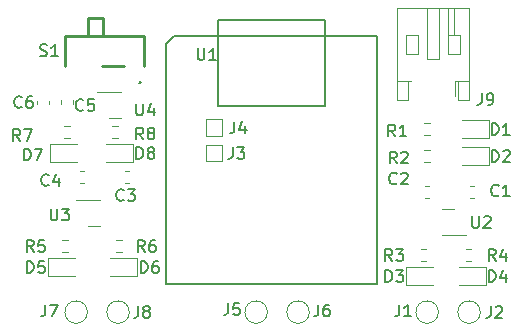
<source format=gbr>
%TF.GenerationSoftware,KiCad,Pcbnew,(7.0.0)*%
%TF.CreationDate,2023-02-21T16:48:07-06:00*%
%TF.ProjectId,stick-and-slip_v1,73746963-6b2d-4616-9e64-2d736c69705f,rev?*%
%TF.SameCoordinates,Original*%
%TF.FileFunction,Legend,Top*%
%TF.FilePolarity,Positive*%
%FSLAX46Y46*%
G04 Gerber Fmt 4.6, Leading zero omitted, Abs format (unit mm)*
G04 Created by KiCad (PCBNEW (7.0.0)) date 2023-02-21 16:48:07*
%MOMM*%
%LPD*%
G01*
G04 APERTURE LIST*
%ADD10C,0.150000*%
%ADD11C,0.120000*%
%ADD12C,0.127000*%
%ADD13C,0.254000*%
G04 APERTURE END LIST*
D10*
%TO.C,J4*%
X51228666Y-56009380D02*
X51228666Y-56723666D01*
X51228666Y-56723666D02*
X51181047Y-56866523D01*
X51181047Y-56866523D02*
X51085809Y-56961761D01*
X51085809Y-56961761D02*
X50942952Y-57009380D01*
X50942952Y-57009380D02*
X50847714Y-57009380D01*
X52133428Y-56342714D02*
X52133428Y-57009380D01*
X51895333Y-55961761D02*
X51657238Y-56676047D01*
X51657238Y-56676047D02*
X52276285Y-56676047D01*
%TO.C,J3*%
X51101666Y-58168380D02*
X51101666Y-58882666D01*
X51101666Y-58882666D02*
X51054047Y-59025523D01*
X51054047Y-59025523D02*
X50958809Y-59120761D01*
X50958809Y-59120761D02*
X50815952Y-59168380D01*
X50815952Y-59168380D02*
X50720714Y-59168380D01*
X51482619Y-58168380D02*
X52101666Y-58168380D01*
X52101666Y-58168380D02*
X51768333Y-58549333D01*
X51768333Y-58549333D02*
X51911190Y-58549333D01*
X51911190Y-58549333D02*
X52006428Y-58596952D01*
X52006428Y-58596952D02*
X52054047Y-58644571D01*
X52054047Y-58644571D02*
X52101666Y-58739809D01*
X52101666Y-58739809D02*
X52101666Y-58977904D01*
X52101666Y-58977904D02*
X52054047Y-59073142D01*
X52054047Y-59073142D02*
X52006428Y-59120761D01*
X52006428Y-59120761D02*
X51911190Y-59168380D01*
X51911190Y-59168380D02*
X51625476Y-59168380D01*
X51625476Y-59168380D02*
X51530238Y-59120761D01*
X51530238Y-59120761D02*
X51482619Y-59073142D01*
%TO.C,U1*%
X48133095Y-49786380D02*
X48133095Y-50595904D01*
X48133095Y-50595904D02*
X48180714Y-50691142D01*
X48180714Y-50691142D02*
X48228333Y-50738761D01*
X48228333Y-50738761D02*
X48323571Y-50786380D01*
X48323571Y-50786380D02*
X48514047Y-50786380D01*
X48514047Y-50786380D02*
X48609285Y-50738761D01*
X48609285Y-50738761D02*
X48656904Y-50691142D01*
X48656904Y-50691142D02*
X48704523Y-50595904D01*
X48704523Y-50595904D02*
X48704523Y-49786380D01*
X49704523Y-50786380D02*
X49133095Y-50786380D01*
X49418809Y-50786380D02*
X49418809Y-49786380D01*
X49418809Y-49786380D02*
X49323571Y-49929238D01*
X49323571Y-49929238D02*
X49228333Y-50024476D01*
X49228333Y-50024476D02*
X49133095Y-50072095D01*
%TO.C,J1*%
X65198666Y-71503380D02*
X65198666Y-72217666D01*
X65198666Y-72217666D02*
X65151047Y-72360523D01*
X65151047Y-72360523D02*
X65055809Y-72455761D01*
X65055809Y-72455761D02*
X64912952Y-72503380D01*
X64912952Y-72503380D02*
X64817714Y-72503380D01*
X66198666Y-72503380D02*
X65627238Y-72503380D01*
X65912952Y-72503380D02*
X65912952Y-71503380D01*
X65912952Y-71503380D02*
X65817714Y-71646238D01*
X65817714Y-71646238D02*
X65722476Y-71741476D01*
X65722476Y-71741476D02*
X65627238Y-71789095D01*
%TO.C,S1*%
X34798095Y-50416761D02*
X34940952Y-50464380D01*
X34940952Y-50464380D02*
X35179047Y-50464380D01*
X35179047Y-50464380D02*
X35274285Y-50416761D01*
X35274285Y-50416761D02*
X35321904Y-50369142D01*
X35321904Y-50369142D02*
X35369523Y-50273904D01*
X35369523Y-50273904D02*
X35369523Y-50178666D01*
X35369523Y-50178666D02*
X35321904Y-50083428D01*
X35321904Y-50083428D02*
X35274285Y-50035809D01*
X35274285Y-50035809D02*
X35179047Y-49988190D01*
X35179047Y-49988190D02*
X34988571Y-49940571D01*
X34988571Y-49940571D02*
X34893333Y-49892952D01*
X34893333Y-49892952D02*
X34845714Y-49845333D01*
X34845714Y-49845333D02*
X34798095Y-49750095D01*
X34798095Y-49750095D02*
X34798095Y-49654857D01*
X34798095Y-49654857D02*
X34845714Y-49559619D01*
X34845714Y-49559619D02*
X34893333Y-49512000D01*
X34893333Y-49512000D02*
X34988571Y-49464380D01*
X34988571Y-49464380D02*
X35226666Y-49464380D01*
X35226666Y-49464380D02*
X35369523Y-49512000D01*
X36321904Y-50464380D02*
X35750476Y-50464380D01*
X36036190Y-50464380D02*
X36036190Y-49464380D01*
X36036190Y-49464380D02*
X35940952Y-49607238D01*
X35940952Y-49607238D02*
X35845714Y-49702476D01*
X35845714Y-49702476D02*
X35750476Y-49750095D01*
%TO.C,D8*%
X42949905Y-59168380D02*
X42949905Y-58168380D01*
X42949905Y-58168380D02*
X43188000Y-58168380D01*
X43188000Y-58168380D02*
X43330857Y-58216000D01*
X43330857Y-58216000D02*
X43426095Y-58311238D01*
X43426095Y-58311238D02*
X43473714Y-58406476D01*
X43473714Y-58406476D02*
X43521333Y-58596952D01*
X43521333Y-58596952D02*
X43521333Y-58739809D01*
X43521333Y-58739809D02*
X43473714Y-58930285D01*
X43473714Y-58930285D02*
X43426095Y-59025523D01*
X43426095Y-59025523D02*
X43330857Y-59120761D01*
X43330857Y-59120761D02*
X43188000Y-59168380D01*
X43188000Y-59168380D02*
X42949905Y-59168380D01*
X44092762Y-58596952D02*
X43997524Y-58549333D01*
X43997524Y-58549333D02*
X43949905Y-58501714D01*
X43949905Y-58501714D02*
X43902286Y-58406476D01*
X43902286Y-58406476D02*
X43902286Y-58358857D01*
X43902286Y-58358857D02*
X43949905Y-58263619D01*
X43949905Y-58263619D02*
X43997524Y-58216000D01*
X43997524Y-58216000D02*
X44092762Y-58168380D01*
X44092762Y-58168380D02*
X44283238Y-58168380D01*
X44283238Y-58168380D02*
X44378476Y-58216000D01*
X44378476Y-58216000D02*
X44426095Y-58263619D01*
X44426095Y-58263619D02*
X44473714Y-58358857D01*
X44473714Y-58358857D02*
X44473714Y-58406476D01*
X44473714Y-58406476D02*
X44426095Y-58501714D01*
X44426095Y-58501714D02*
X44378476Y-58549333D01*
X44378476Y-58549333D02*
X44283238Y-58596952D01*
X44283238Y-58596952D02*
X44092762Y-58596952D01*
X44092762Y-58596952D02*
X43997524Y-58644571D01*
X43997524Y-58644571D02*
X43949905Y-58692190D01*
X43949905Y-58692190D02*
X43902286Y-58787428D01*
X43902286Y-58787428D02*
X43902286Y-58977904D01*
X43902286Y-58977904D02*
X43949905Y-59073142D01*
X43949905Y-59073142D02*
X43997524Y-59120761D01*
X43997524Y-59120761D02*
X44092762Y-59168380D01*
X44092762Y-59168380D02*
X44283238Y-59168380D01*
X44283238Y-59168380D02*
X44378476Y-59120761D01*
X44378476Y-59120761D02*
X44426095Y-59073142D01*
X44426095Y-59073142D02*
X44473714Y-58977904D01*
X44473714Y-58977904D02*
X44473714Y-58787428D01*
X44473714Y-58787428D02*
X44426095Y-58692190D01*
X44426095Y-58692190D02*
X44378476Y-58644571D01*
X44378476Y-58644571D02*
X44283238Y-58596952D01*
%TO.C,U4*%
X42926095Y-54485380D02*
X42926095Y-55294904D01*
X42926095Y-55294904D02*
X42973714Y-55390142D01*
X42973714Y-55390142D02*
X43021333Y-55437761D01*
X43021333Y-55437761D02*
X43116571Y-55485380D01*
X43116571Y-55485380D02*
X43307047Y-55485380D01*
X43307047Y-55485380D02*
X43402285Y-55437761D01*
X43402285Y-55437761D02*
X43449904Y-55390142D01*
X43449904Y-55390142D02*
X43497523Y-55294904D01*
X43497523Y-55294904D02*
X43497523Y-54485380D01*
X44402285Y-54818714D02*
X44402285Y-55485380D01*
X44164190Y-54437761D02*
X43926095Y-55152047D01*
X43926095Y-55152047D02*
X44545142Y-55152047D01*
%TO.C,U3*%
X35687095Y-63375380D02*
X35687095Y-64184904D01*
X35687095Y-64184904D02*
X35734714Y-64280142D01*
X35734714Y-64280142D02*
X35782333Y-64327761D01*
X35782333Y-64327761D02*
X35877571Y-64375380D01*
X35877571Y-64375380D02*
X36068047Y-64375380D01*
X36068047Y-64375380D02*
X36163285Y-64327761D01*
X36163285Y-64327761D02*
X36210904Y-64280142D01*
X36210904Y-64280142D02*
X36258523Y-64184904D01*
X36258523Y-64184904D02*
X36258523Y-63375380D01*
X36639476Y-63375380D02*
X37258523Y-63375380D01*
X37258523Y-63375380D02*
X36925190Y-63756333D01*
X36925190Y-63756333D02*
X37068047Y-63756333D01*
X37068047Y-63756333D02*
X37163285Y-63803952D01*
X37163285Y-63803952D02*
X37210904Y-63851571D01*
X37210904Y-63851571D02*
X37258523Y-63946809D01*
X37258523Y-63946809D02*
X37258523Y-64184904D01*
X37258523Y-64184904D02*
X37210904Y-64280142D01*
X37210904Y-64280142D02*
X37163285Y-64327761D01*
X37163285Y-64327761D02*
X37068047Y-64375380D01*
X37068047Y-64375380D02*
X36782333Y-64375380D01*
X36782333Y-64375380D02*
X36687095Y-64327761D01*
X36687095Y-64327761D02*
X36639476Y-64280142D01*
%TO.C,U2*%
X71374095Y-64010380D02*
X71374095Y-64819904D01*
X71374095Y-64819904D02*
X71421714Y-64915142D01*
X71421714Y-64915142D02*
X71469333Y-64962761D01*
X71469333Y-64962761D02*
X71564571Y-65010380D01*
X71564571Y-65010380D02*
X71755047Y-65010380D01*
X71755047Y-65010380D02*
X71850285Y-64962761D01*
X71850285Y-64962761D02*
X71897904Y-64915142D01*
X71897904Y-64915142D02*
X71945523Y-64819904D01*
X71945523Y-64819904D02*
X71945523Y-64010380D01*
X72374095Y-64105619D02*
X72421714Y-64058000D01*
X72421714Y-64058000D02*
X72516952Y-64010380D01*
X72516952Y-64010380D02*
X72755047Y-64010380D01*
X72755047Y-64010380D02*
X72850285Y-64058000D01*
X72850285Y-64058000D02*
X72897904Y-64105619D01*
X72897904Y-64105619D02*
X72945523Y-64200857D01*
X72945523Y-64200857D02*
X72945523Y-64296095D01*
X72945523Y-64296095D02*
X72897904Y-64438952D01*
X72897904Y-64438952D02*
X72326476Y-65010380D01*
X72326476Y-65010380D02*
X72945523Y-65010380D01*
%TO.C,R8*%
X43521333Y-57517380D02*
X43188000Y-57041190D01*
X42949905Y-57517380D02*
X42949905Y-56517380D01*
X42949905Y-56517380D02*
X43330857Y-56517380D01*
X43330857Y-56517380D02*
X43426095Y-56565000D01*
X43426095Y-56565000D02*
X43473714Y-56612619D01*
X43473714Y-56612619D02*
X43521333Y-56707857D01*
X43521333Y-56707857D02*
X43521333Y-56850714D01*
X43521333Y-56850714D02*
X43473714Y-56945952D01*
X43473714Y-56945952D02*
X43426095Y-56993571D01*
X43426095Y-56993571D02*
X43330857Y-57041190D01*
X43330857Y-57041190D02*
X42949905Y-57041190D01*
X44092762Y-56945952D02*
X43997524Y-56898333D01*
X43997524Y-56898333D02*
X43949905Y-56850714D01*
X43949905Y-56850714D02*
X43902286Y-56755476D01*
X43902286Y-56755476D02*
X43902286Y-56707857D01*
X43902286Y-56707857D02*
X43949905Y-56612619D01*
X43949905Y-56612619D02*
X43997524Y-56565000D01*
X43997524Y-56565000D02*
X44092762Y-56517380D01*
X44092762Y-56517380D02*
X44283238Y-56517380D01*
X44283238Y-56517380D02*
X44378476Y-56565000D01*
X44378476Y-56565000D02*
X44426095Y-56612619D01*
X44426095Y-56612619D02*
X44473714Y-56707857D01*
X44473714Y-56707857D02*
X44473714Y-56755476D01*
X44473714Y-56755476D02*
X44426095Y-56850714D01*
X44426095Y-56850714D02*
X44378476Y-56898333D01*
X44378476Y-56898333D02*
X44283238Y-56945952D01*
X44283238Y-56945952D02*
X44092762Y-56945952D01*
X44092762Y-56945952D02*
X43997524Y-56993571D01*
X43997524Y-56993571D02*
X43949905Y-57041190D01*
X43949905Y-57041190D02*
X43902286Y-57136428D01*
X43902286Y-57136428D02*
X43902286Y-57326904D01*
X43902286Y-57326904D02*
X43949905Y-57422142D01*
X43949905Y-57422142D02*
X43997524Y-57469761D01*
X43997524Y-57469761D02*
X44092762Y-57517380D01*
X44092762Y-57517380D02*
X44283238Y-57517380D01*
X44283238Y-57517380D02*
X44378476Y-57469761D01*
X44378476Y-57469761D02*
X44426095Y-57422142D01*
X44426095Y-57422142D02*
X44473714Y-57326904D01*
X44473714Y-57326904D02*
X44473714Y-57136428D01*
X44473714Y-57136428D02*
X44426095Y-57041190D01*
X44426095Y-57041190D02*
X44378476Y-56993571D01*
X44378476Y-56993571D02*
X44283238Y-56945952D01*
%TO.C,R7*%
X33107333Y-57644380D02*
X32774000Y-57168190D01*
X32535905Y-57644380D02*
X32535905Y-56644380D01*
X32535905Y-56644380D02*
X32916857Y-56644380D01*
X32916857Y-56644380D02*
X33012095Y-56692000D01*
X33012095Y-56692000D02*
X33059714Y-56739619D01*
X33059714Y-56739619D02*
X33107333Y-56834857D01*
X33107333Y-56834857D02*
X33107333Y-56977714D01*
X33107333Y-56977714D02*
X33059714Y-57072952D01*
X33059714Y-57072952D02*
X33012095Y-57120571D01*
X33012095Y-57120571D02*
X32916857Y-57168190D01*
X32916857Y-57168190D02*
X32535905Y-57168190D01*
X33440667Y-56644380D02*
X34107333Y-56644380D01*
X34107333Y-56644380D02*
X33678762Y-57644380D01*
%TO.C,R6*%
X43648333Y-67042380D02*
X43315000Y-66566190D01*
X43076905Y-67042380D02*
X43076905Y-66042380D01*
X43076905Y-66042380D02*
X43457857Y-66042380D01*
X43457857Y-66042380D02*
X43553095Y-66090000D01*
X43553095Y-66090000D02*
X43600714Y-66137619D01*
X43600714Y-66137619D02*
X43648333Y-66232857D01*
X43648333Y-66232857D02*
X43648333Y-66375714D01*
X43648333Y-66375714D02*
X43600714Y-66470952D01*
X43600714Y-66470952D02*
X43553095Y-66518571D01*
X43553095Y-66518571D02*
X43457857Y-66566190D01*
X43457857Y-66566190D02*
X43076905Y-66566190D01*
X44505476Y-66042380D02*
X44315000Y-66042380D01*
X44315000Y-66042380D02*
X44219762Y-66090000D01*
X44219762Y-66090000D02*
X44172143Y-66137619D01*
X44172143Y-66137619D02*
X44076905Y-66280476D01*
X44076905Y-66280476D02*
X44029286Y-66470952D01*
X44029286Y-66470952D02*
X44029286Y-66851904D01*
X44029286Y-66851904D02*
X44076905Y-66947142D01*
X44076905Y-66947142D02*
X44124524Y-66994761D01*
X44124524Y-66994761D02*
X44219762Y-67042380D01*
X44219762Y-67042380D02*
X44410238Y-67042380D01*
X44410238Y-67042380D02*
X44505476Y-66994761D01*
X44505476Y-66994761D02*
X44553095Y-66947142D01*
X44553095Y-66947142D02*
X44600714Y-66851904D01*
X44600714Y-66851904D02*
X44600714Y-66613809D01*
X44600714Y-66613809D02*
X44553095Y-66518571D01*
X44553095Y-66518571D02*
X44505476Y-66470952D01*
X44505476Y-66470952D02*
X44410238Y-66423333D01*
X44410238Y-66423333D02*
X44219762Y-66423333D01*
X44219762Y-66423333D02*
X44124524Y-66470952D01*
X44124524Y-66470952D02*
X44076905Y-66518571D01*
X44076905Y-66518571D02*
X44029286Y-66613809D01*
%TO.C,R5*%
X34250333Y-67042380D02*
X33917000Y-66566190D01*
X33678905Y-67042380D02*
X33678905Y-66042380D01*
X33678905Y-66042380D02*
X34059857Y-66042380D01*
X34059857Y-66042380D02*
X34155095Y-66090000D01*
X34155095Y-66090000D02*
X34202714Y-66137619D01*
X34202714Y-66137619D02*
X34250333Y-66232857D01*
X34250333Y-66232857D02*
X34250333Y-66375714D01*
X34250333Y-66375714D02*
X34202714Y-66470952D01*
X34202714Y-66470952D02*
X34155095Y-66518571D01*
X34155095Y-66518571D02*
X34059857Y-66566190D01*
X34059857Y-66566190D02*
X33678905Y-66566190D01*
X35155095Y-66042380D02*
X34678905Y-66042380D01*
X34678905Y-66042380D02*
X34631286Y-66518571D01*
X34631286Y-66518571D02*
X34678905Y-66470952D01*
X34678905Y-66470952D02*
X34774143Y-66423333D01*
X34774143Y-66423333D02*
X35012238Y-66423333D01*
X35012238Y-66423333D02*
X35107476Y-66470952D01*
X35107476Y-66470952D02*
X35155095Y-66518571D01*
X35155095Y-66518571D02*
X35202714Y-66613809D01*
X35202714Y-66613809D02*
X35202714Y-66851904D01*
X35202714Y-66851904D02*
X35155095Y-66947142D01*
X35155095Y-66947142D02*
X35107476Y-66994761D01*
X35107476Y-66994761D02*
X35012238Y-67042380D01*
X35012238Y-67042380D02*
X34774143Y-67042380D01*
X34774143Y-67042380D02*
X34678905Y-66994761D01*
X34678905Y-66994761D02*
X34631286Y-66947142D01*
%TO.C,R4*%
X73366333Y-67804380D02*
X73033000Y-67328190D01*
X72794905Y-67804380D02*
X72794905Y-66804380D01*
X72794905Y-66804380D02*
X73175857Y-66804380D01*
X73175857Y-66804380D02*
X73271095Y-66852000D01*
X73271095Y-66852000D02*
X73318714Y-66899619D01*
X73318714Y-66899619D02*
X73366333Y-66994857D01*
X73366333Y-66994857D02*
X73366333Y-67137714D01*
X73366333Y-67137714D02*
X73318714Y-67232952D01*
X73318714Y-67232952D02*
X73271095Y-67280571D01*
X73271095Y-67280571D02*
X73175857Y-67328190D01*
X73175857Y-67328190D02*
X72794905Y-67328190D01*
X74223476Y-67137714D02*
X74223476Y-67804380D01*
X73985381Y-66756761D02*
X73747286Y-67471047D01*
X73747286Y-67471047D02*
X74366333Y-67471047D01*
%TO.C,R3*%
X64603333Y-67804380D02*
X64270000Y-67328190D01*
X64031905Y-67804380D02*
X64031905Y-66804380D01*
X64031905Y-66804380D02*
X64412857Y-66804380D01*
X64412857Y-66804380D02*
X64508095Y-66852000D01*
X64508095Y-66852000D02*
X64555714Y-66899619D01*
X64555714Y-66899619D02*
X64603333Y-66994857D01*
X64603333Y-66994857D02*
X64603333Y-67137714D01*
X64603333Y-67137714D02*
X64555714Y-67232952D01*
X64555714Y-67232952D02*
X64508095Y-67280571D01*
X64508095Y-67280571D02*
X64412857Y-67328190D01*
X64412857Y-67328190D02*
X64031905Y-67328190D01*
X64936667Y-66804380D02*
X65555714Y-66804380D01*
X65555714Y-66804380D02*
X65222381Y-67185333D01*
X65222381Y-67185333D02*
X65365238Y-67185333D01*
X65365238Y-67185333D02*
X65460476Y-67232952D01*
X65460476Y-67232952D02*
X65508095Y-67280571D01*
X65508095Y-67280571D02*
X65555714Y-67375809D01*
X65555714Y-67375809D02*
X65555714Y-67613904D01*
X65555714Y-67613904D02*
X65508095Y-67709142D01*
X65508095Y-67709142D02*
X65460476Y-67756761D01*
X65460476Y-67756761D02*
X65365238Y-67804380D01*
X65365238Y-67804380D02*
X65079524Y-67804380D01*
X65079524Y-67804380D02*
X64984286Y-67756761D01*
X64984286Y-67756761D02*
X64936667Y-67709142D01*
%TO.C,R2*%
X64984333Y-59549380D02*
X64651000Y-59073190D01*
X64412905Y-59549380D02*
X64412905Y-58549380D01*
X64412905Y-58549380D02*
X64793857Y-58549380D01*
X64793857Y-58549380D02*
X64889095Y-58597000D01*
X64889095Y-58597000D02*
X64936714Y-58644619D01*
X64936714Y-58644619D02*
X64984333Y-58739857D01*
X64984333Y-58739857D02*
X64984333Y-58882714D01*
X64984333Y-58882714D02*
X64936714Y-58977952D01*
X64936714Y-58977952D02*
X64889095Y-59025571D01*
X64889095Y-59025571D02*
X64793857Y-59073190D01*
X64793857Y-59073190D02*
X64412905Y-59073190D01*
X65365286Y-58644619D02*
X65412905Y-58597000D01*
X65412905Y-58597000D02*
X65508143Y-58549380D01*
X65508143Y-58549380D02*
X65746238Y-58549380D01*
X65746238Y-58549380D02*
X65841476Y-58597000D01*
X65841476Y-58597000D02*
X65889095Y-58644619D01*
X65889095Y-58644619D02*
X65936714Y-58739857D01*
X65936714Y-58739857D02*
X65936714Y-58835095D01*
X65936714Y-58835095D02*
X65889095Y-58977952D01*
X65889095Y-58977952D02*
X65317667Y-59549380D01*
X65317667Y-59549380D02*
X65936714Y-59549380D01*
%TO.C,R1*%
X64857333Y-57263380D02*
X64524000Y-56787190D01*
X64285905Y-57263380D02*
X64285905Y-56263380D01*
X64285905Y-56263380D02*
X64666857Y-56263380D01*
X64666857Y-56263380D02*
X64762095Y-56311000D01*
X64762095Y-56311000D02*
X64809714Y-56358619D01*
X64809714Y-56358619D02*
X64857333Y-56453857D01*
X64857333Y-56453857D02*
X64857333Y-56596714D01*
X64857333Y-56596714D02*
X64809714Y-56691952D01*
X64809714Y-56691952D02*
X64762095Y-56739571D01*
X64762095Y-56739571D02*
X64666857Y-56787190D01*
X64666857Y-56787190D02*
X64285905Y-56787190D01*
X65809714Y-57263380D02*
X65238286Y-57263380D01*
X65524000Y-57263380D02*
X65524000Y-56263380D01*
X65524000Y-56263380D02*
X65428762Y-56406238D01*
X65428762Y-56406238D02*
X65333524Y-56501476D01*
X65333524Y-56501476D02*
X65238286Y-56549095D01*
%TO.C,J9*%
X72183666Y-53596380D02*
X72183666Y-54310666D01*
X72183666Y-54310666D02*
X72136047Y-54453523D01*
X72136047Y-54453523D02*
X72040809Y-54548761D01*
X72040809Y-54548761D02*
X71897952Y-54596380D01*
X71897952Y-54596380D02*
X71802714Y-54596380D01*
X72707476Y-54596380D02*
X72897952Y-54596380D01*
X72897952Y-54596380D02*
X72993190Y-54548761D01*
X72993190Y-54548761D02*
X73040809Y-54501142D01*
X73040809Y-54501142D02*
X73136047Y-54358285D01*
X73136047Y-54358285D02*
X73183666Y-54167809D01*
X73183666Y-54167809D02*
X73183666Y-53786857D01*
X73183666Y-53786857D02*
X73136047Y-53691619D01*
X73136047Y-53691619D02*
X73088428Y-53644000D01*
X73088428Y-53644000D02*
X72993190Y-53596380D01*
X72993190Y-53596380D02*
X72802714Y-53596380D01*
X72802714Y-53596380D02*
X72707476Y-53644000D01*
X72707476Y-53644000D02*
X72659857Y-53691619D01*
X72659857Y-53691619D02*
X72612238Y-53786857D01*
X72612238Y-53786857D02*
X72612238Y-54024952D01*
X72612238Y-54024952D02*
X72659857Y-54120190D01*
X72659857Y-54120190D02*
X72707476Y-54167809D01*
X72707476Y-54167809D02*
X72802714Y-54215428D01*
X72802714Y-54215428D02*
X72993190Y-54215428D01*
X72993190Y-54215428D02*
X73088428Y-54167809D01*
X73088428Y-54167809D02*
X73136047Y-54120190D01*
X73136047Y-54120190D02*
X73183666Y-54024952D01*
%TO.C,J8*%
X43100666Y-71630380D02*
X43100666Y-72344666D01*
X43100666Y-72344666D02*
X43053047Y-72487523D01*
X43053047Y-72487523D02*
X42957809Y-72582761D01*
X42957809Y-72582761D02*
X42814952Y-72630380D01*
X42814952Y-72630380D02*
X42719714Y-72630380D01*
X43719714Y-72058952D02*
X43624476Y-72011333D01*
X43624476Y-72011333D02*
X43576857Y-71963714D01*
X43576857Y-71963714D02*
X43529238Y-71868476D01*
X43529238Y-71868476D02*
X43529238Y-71820857D01*
X43529238Y-71820857D02*
X43576857Y-71725619D01*
X43576857Y-71725619D02*
X43624476Y-71678000D01*
X43624476Y-71678000D02*
X43719714Y-71630380D01*
X43719714Y-71630380D02*
X43910190Y-71630380D01*
X43910190Y-71630380D02*
X44005428Y-71678000D01*
X44005428Y-71678000D02*
X44053047Y-71725619D01*
X44053047Y-71725619D02*
X44100666Y-71820857D01*
X44100666Y-71820857D02*
X44100666Y-71868476D01*
X44100666Y-71868476D02*
X44053047Y-71963714D01*
X44053047Y-71963714D02*
X44005428Y-72011333D01*
X44005428Y-72011333D02*
X43910190Y-72058952D01*
X43910190Y-72058952D02*
X43719714Y-72058952D01*
X43719714Y-72058952D02*
X43624476Y-72106571D01*
X43624476Y-72106571D02*
X43576857Y-72154190D01*
X43576857Y-72154190D02*
X43529238Y-72249428D01*
X43529238Y-72249428D02*
X43529238Y-72439904D01*
X43529238Y-72439904D02*
X43576857Y-72535142D01*
X43576857Y-72535142D02*
X43624476Y-72582761D01*
X43624476Y-72582761D02*
X43719714Y-72630380D01*
X43719714Y-72630380D02*
X43910190Y-72630380D01*
X43910190Y-72630380D02*
X44005428Y-72582761D01*
X44005428Y-72582761D02*
X44053047Y-72535142D01*
X44053047Y-72535142D02*
X44100666Y-72439904D01*
X44100666Y-72439904D02*
X44100666Y-72249428D01*
X44100666Y-72249428D02*
X44053047Y-72154190D01*
X44053047Y-72154190D02*
X44005428Y-72106571D01*
X44005428Y-72106571D02*
X43910190Y-72058952D01*
%TO.C,J7*%
X35226666Y-71503380D02*
X35226666Y-72217666D01*
X35226666Y-72217666D02*
X35179047Y-72360523D01*
X35179047Y-72360523D02*
X35083809Y-72455761D01*
X35083809Y-72455761D02*
X34940952Y-72503380D01*
X34940952Y-72503380D02*
X34845714Y-72503380D01*
X35607619Y-71503380D02*
X36274285Y-71503380D01*
X36274285Y-71503380D02*
X35845714Y-72503380D01*
%TO.C,J6*%
X58340666Y-71503380D02*
X58340666Y-72217666D01*
X58340666Y-72217666D02*
X58293047Y-72360523D01*
X58293047Y-72360523D02*
X58197809Y-72455761D01*
X58197809Y-72455761D02*
X58054952Y-72503380D01*
X58054952Y-72503380D02*
X57959714Y-72503380D01*
X59245428Y-71503380D02*
X59054952Y-71503380D01*
X59054952Y-71503380D02*
X58959714Y-71551000D01*
X58959714Y-71551000D02*
X58912095Y-71598619D01*
X58912095Y-71598619D02*
X58816857Y-71741476D01*
X58816857Y-71741476D02*
X58769238Y-71931952D01*
X58769238Y-71931952D02*
X58769238Y-72312904D01*
X58769238Y-72312904D02*
X58816857Y-72408142D01*
X58816857Y-72408142D02*
X58864476Y-72455761D01*
X58864476Y-72455761D02*
X58959714Y-72503380D01*
X58959714Y-72503380D02*
X59150190Y-72503380D01*
X59150190Y-72503380D02*
X59245428Y-72455761D01*
X59245428Y-72455761D02*
X59293047Y-72408142D01*
X59293047Y-72408142D02*
X59340666Y-72312904D01*
X59340666Y-72312904D02*
X59340666Y-72074809D01*
X59340666Y-72074809D02*
X59293047Y-71979571D01*
X59293047Y-71979571D02*
X59245428Y-71931952D01*
X59245428Y-71931952D02*
X59150190Y-71884333D01*
X59150190Y-71884333D02*
X58959714Y-71884333D01*
X58959714Y-71884333D02*
X58864476Y-71931952D01*
X58864476Y-71931952D02*
X58816857Y-71979571D01*
X58816857Y-71979571D02*
X58769238Y-72074809D01*
%TO.C,J5*%
X50720666Y-71376380D02*
X50720666Y-72090666D01*
X50720666Y-72090666D02*
X50673047Y-72233523D01*
X50673047Y-72233523D02*
X50577809Y-72328761D01*
X50577809Y-72328761D02*
X50434952Y-72376380D01*
X50434952Y-72376380D02*
X50339714Y-72376380D01*
X51673047Y-71376380D02*
X51196857Y-71376380D01*
X51196857Y-71376380D02*
X51149238Y-71852571D01*
X51149238Y-71852571D02*
X51196857Y-71804952D01*
X51196857Y-71804952D02*
X51292095Y-71757333D01*
X51292095Y-71757333D02*
X51530190Y-71757333D01*
X51530190Y-71757333D02*
X51625428Y-71804952D01*
X51625428Y-71804952D02*
X51673047Y-71852571D01*
X51673047Y-71852571D02*
X51720666Y-71947809D01*
X51720666Y-71947809D02*
X51720666Y-72185904D01*
X51720666Y-72185904D02*
X51673047Y-72281142D01*
X51673047Y-72281142D02*
X51625428Y-72328761D01*
X51625428Y-72328761D02*
X51530190Y-72376380D01*
X51530190Y-72376380D02*
X51292095Y-72376380D01*
X51292095Y-72376380D02*
X51196857Y-72328761D01*
X51196857Y-72328761D02*
X51149238Y-72281142D01*
%TO.C,J2*%
X72945666Y-71630380D02*
X72945666Y-72344666D01*
X72945666Y-72344666D02*
X72898047Y-72487523D01*
X72898047Y-72487523D02*
X72802809Y-72582761D01*
X72802809Y-72582761D02*
X72659952Y-72630380D01*
X72659952Y-72630380D02*
X72564714Y-72630380D01*
X73374238Y-71725619D02*
X73421857Y-71678000D01*
X73421857Y-71678000D02*
X73517095Y-71630380D01*
X73517095Y-71630380D02*
X73755190Y-71630380D01*
X73755190Y-71630380D02*
X73850428Y-71678000D01*
X73850428Y-71678000D02*
X73898047Y-71725619D01*
X73898047Y-71725619D02*
X73945666Y-71820857D01*
X73945666Y-71820857D02*
X73945666Y-71916095D01*
X73945666Y-71916095D02*
X73898047Y-72058952D01*
X73898047Y-72058952D02*
X73326619Y-72630380D01*
X73326619Y-72630380D02*
X73945666Y-72630380D01*
%TO.C,D7*%
X33424905Y-59295380D02*
X33424905Y-58295380D01*
X33424905Y-58295380D02*
X33663000Y-58295380D01*
X33663000Y-58295380D02*
X33805857Y-58343000D01*
X33805857Y-58343000D02*
X33901095Y-58438238D01*
X33901095Y-58438238D02*
X33948714Y-58533476D01*
X33948714Y-58533476D02*
X33996333Y-58723952D01*
X33996333Y-58723952D02*
X33996333Y-58866809D01*
X33996333Y-58866809D02*
X33948714Y-59057285D01*
X33948714Y-59057285D02*
X33901095Y-59152523D01*
X33901095Y-59152523D02*
X33805857Y-59247761D01*
X33805857Y-59247761D02*
X33663000Y-59295380D01*
X33663000Y-59295380D02*
X33424905Y-59295380D01*
X34329667Y-58295380D02*
X34996333Y-58295380D01*
X34996333Y-58295380D02*
X34567762Y-59295380D01*
%TO.C,D6*%
X43330905Y-68820380D02*
X43330905Y-67820380D01*
X43330905Y-67820380D02*
X43569000Y-67820380D01*
X43569000Y-67820380D02*
X43711857Y-67868000D01*
X43711857Y-67868000D02*
X43807095Y-67963238D01*
X43807095Y-67963238D02*
X43854714Y-68058476D01*
X43854714Y-68058476D02*
X43902333Y-68248952D01*
X43902333Y-68248952D02*
X43902333Y-68391809D01*
X43902333Y-68391809D02*
X43854714Y-68582285D01*
X43854714Y-68582285D02*
X43807095Y-68677523D01*
X43807095Y-68677523D02*
X43711857Y-68772761D01*
X43711857Y-68772761D02*
X43569000Y-68820380D01*
X43569000Y-68820380D02*
X43330905Y-68820380D01*
X44759476Y-67820380D02*
X44569000Y-67820380D01*
X44569000Y-67820380D02*
X44473762Y-67868000D01*
X44473762Y-67868000D02*
X44426143Y-67915619D01*
X44426143Y-67915619D02*
X44330905Y-68058476D01*
X44330905Y-68058476D02*
X44283286Y-68248952D01*
X44283286Y-68248952D02*
X44283286Y-68629904D01*
X44283286Y-68629904D02*
X44330905Y-68725142D01*
X44330905Y-68725142D02*
X44378524Y-68772761D01*
X44378524Y-68772761D02*
X44473762Y-68820380D01*
X44473762Y-68820380D02*
X44664238Y-68820380D01*
X44664238Y-68820380D02*
X44759476Y-68772761D01*
X44759476Y-68772761D02*
X44807095Y-68725142D01*
X44807095Y-68725142D02*
X44854714Y-68629904D01*
X44854714Y-68629904D02*
X44854714Y-68391809D01*
X44854714Y-68391809D02*
X44807095Y-68296571D01*
X44807095Y-68296571D02*
X44759476Y-68248952D01*
X44759476Y-68248952D02*
X44664238Y-68201333D01*
X44664238Y-68201333D02*
X44473762Y-68201333D01*
X44473762Y-68201333D02*
X44378524Y-68248952D01*
X44378524Y-68248952D02*
X44330905Y-68296571D01*
X44330905Y-68296571D02*
X44283286Y-68391809D01*
%TO.C,D5*%
X33678905Y-68820380D02*
X33678905Y-67820380D01*
X33678905Y-67820380D02*
X33917000Y-67820380D01*
X33917000Y-67820380D02*
X34059857Y-67868000D01*
X34059857Y-67868000D02*
X34155095Y-67963238D01*
X34155095Y-67963238D02*
X34202714Y-68058476D01*
X34202714Y-68058476D02*
X34250333Y-68248952D01*
X34250333Y-68248952D02*
X34250333Y-68391809D01*
X34250333Y-68391809D02*
X34202714Y-68582285D01*
X34202714Y-68582285D02*
X34155095Y-68677523D01*
X34155095Y-68677523D02*
X34059857Y-68772761D01*
X34059857Y-68772761D02*
X33917000Y-68820380D01*
X33917000Y-68820380D02*
X33678905Y-68820380D01*
X35155095Y-67820380D02*
X34678905Y-67820380D01*
X34678905Y-67820380D02*
X34631286Y-68296571D01*
X34631286Y-68296571D02*
X34678905Y-68248952D01*
X34678905Y-68248952D02*
X34774143Y-68201333D01*
X34774143Y-68201333D02*
X35012238Y-68201333D01*
X35012238Y-68201333D02*
X35107476Y-68248952D01*
X35107476Y-68248952D02*
X35155095Y-68296571D01*
X35155095Y-68296571D02*
X35202714Y-68391809D01*
X35202714Y-68391809D02*
X35202714Y-68629904D01*
X35202714Y-68629904D02*
X35155095Y-68725142D01*
X35155095Y-68725142D02*
X35107476Y-68772761D01*
X35107476Y-68772761D02*
X35012238Y-68820380D01*
X35012238Y-68820380D02*
X34774143Y-68820380D01*
X34774143Y-68820380D02*
X34678905Y-68772761D01*
X34678905Y-68772761D02*
X34631286Y-68725142D01*
%TO.C,D4*%
X72794905Y-69582380D02*
X72794905Y-68582380D01*
X72794905Y-68582380D02*
X73033000Y-68582380D01*
X73033000Y-68582380D02*
X73175857Y-68630000D01*
X73175857Y-68630000D02*
X73271095Y-68725238D01*
X73271095Y-68725238D02*
X73318714Y-68820476D01*
X73318714Y-68820476D02*
X73366333Y-69010952D01*
X73366333Y-69010952D02*
X73366333Y-69153809D01*
X73366333Y-69153809D02*
X73318714Y-69344285D01*
X73318714Y-69344285D02*
X73271095Y-69439523D01*
X73271095Y-69439523D02*
X73175857Y-69534761D01*
X73175857Y-69534761D02*
X73033000Y-69582380D01*
X73033000Y-69582380D02*
X72794905Y-69582380D01*
X74223476Y-68915714D02*
X74223476Y-69582380D01*
X73985381Y-68534761D02*
X73747286Y-69249047D01*
X73747286Y-69249047D02*
X74366333Y-69249047D01*
%TO.C,D3*%
X64031905Y-69582380D02*
X64031905Y-68582380D01*
X64031905Y-68582380D02*
X64270000Y-68582380D01*
X64270000Y-68582380D02*
X64412857Y-68630000D01*
X64412857Y-68630000D02*
X64508095Y-68725238D01*
X64508095Y-68725238D02*
X64555714Y-68820476D01*
X64555714Y-68820476D02*
X64603333Y-69010952D01*
X64603333Y-69010952D02*
X64603333Y-69153809D01*
X64603333Y-69153809D02*
X64555714Y-69344285D01*
X64555714Y-69344285D02*
X64508095Y-69439523D01*
X64508095Y-69439523D02*
X64412857Y-69534761D01*
X64412857Y-69534761D02*
X64270000Y-69582380D01*
X64270000Y-69582380D02*
X64031905Y-69582380D01*
X64936667Y-68582380D02*
X65555714Y-68582380D01*
X65555714Y-68582380D02*
X65222381Y-68963333D01*
X65222381Y-68963333D02*
X65365238Y-68963333D01*
X65365238Y-68963333D02*
X65460476Y-69010952D01*
X65460476Y-69010952D02*
X65508095Y-69058571D01*
X65508095Y-69058571D02*
X65555714Y-69153809D01*
X65555714Y-69153809D02*
X65555714Y-69391904D01*
X65555714Y-69391904D02*
X65508095Y-69487142D01*
X65508095Y-69487142D02*
X65460476Y-69534761D01*
X65460476Y-69534761D02*
X65365238Y-69582380D01*
X65365238Y-69582380D02*
X65079524Y-69582380D01*
X65079524Y-69582380D02*
X64984286Y-69534761D01*
X64984286Y-69534761D02*
X64936667Y-69487142D01*
%TO.C,D2*%
X73048905Y-59422380D02*
X73048905Y-58422380D01*
X73048905Y-58422380D02*
X73287000Y-58422380D01*
X73287000Y-58422380D02*
X73429857Y-58470000D01*
X73429857Y-58470000D02*
X73525095Y-58565238D01*
X73525095Y-58565238D02*
X73572714Y-58660476D01*
X73572714Y-58660476D02*
X73620333Y-58850952D01*
X73620333Y-58850952D02*
X73620333Y-58993809D01*
X73620333Y-58993809D02*
X73572714Y-59184285D01*
X73572714Y-59184285D02*
X73525095Y-59279523D01*
X73525095Y-59279523D02*
X73429857Y-59374761D01*
X73429857Y-59374761D02*
X73287000Y-59422380D01*
X73287000Y-59422380D02*
X73048905Y-59422380D01*
X74001286Y-58517619D02*
X74048905Y-58470000D01*
X74048905Y-58470000D02*
X74144143Y-58422380D01*
X74144143Y-58422380D02*
X74382238Y-58422380D01*
X74382238Y-58422380D02*
X74477476Y-58470000D01*
X74477476Y-58470000D02*
X74525095Y-58517619D01*
X74525095Y-58517619D02*
X74572714Y-58612857D01*
X74572714Y-58612857D02*
X74572714Y-58708095D01*
X74572714Y-58708095D02*
X74525095Y-58850952D01*
X74525095Y-58850952D02*
X73953667Y-59422380D01*
X73953667Y-59422380D02*
X74572714Y-59422380D01*
%TO.C,D1*%
X73048905Y-57136380D02*
X73048905Y-56136380D01*
X73048905Y-56136380D02*
X73287000Y-56136380D01*
X73287000Y-56136380D02*
X73429857Y-56184000D01*
X73429857Y-56184000D02*
X73525095Y-56279238D01*
X73525095Y-56279238D02*
X73572714Y-56374476D01*
X73572714Y-56374476D02*
X73620333Y-56564952D01*
X73620333Y-56564952D02*
X73620333Y-56707809D01*
X73620333Y-56707809D02*
X73572714Y-56898285D01*
X73572714Y-56898285D02*
X73525095Y-56993523D01*
X73525095Y-56993523D02*
X73429857Y-57088761D01*
X73429857Y-57088761D02*
X73287000Y-57136380D01*
X73287000Y-57136380D02*
X73048905Y-57136380D01*
X74572714Y-57136380D02*
X74001286Y-57136380D01*
X74287000Y-57136380D02*
X74287000Y-56136380D01*
X74287000Y-56136380D02*
X74191762Y-56279238D01*
X74191762Y-56279238D02*
X74096524Y-56374476D01*
X74096524Y-56374476D02*
X74001286Y-56422095D01*
%TO.C,C6*%
X33234333Y-54755142D02*
X33186714Y-54802761D01*
X33186714Y-54802761D02*
X33043857Y-54850380D01*
X33043857Y-54850380D02*
X32948619Y-54850380D01*
X32948619Y-54850380D02*
X32805762Y-54802761D01*
X32805762Y-54802761D02*
X32710524Y-54707523D01*
X32710524Y-54707523D02*
X32662905Y-54612285D01*
X32662905Y-54612285D02*
X32615286Y-54421809D01*
X32615286Y-54421809D02*
X32615286Y-54278952D01*
X32615286Y-54278952D02*
X32662905Y-54088476D01*
X32662905Y-54088476D02*
X32710524Y-53993238D01*
X32710524Y-53993238D02*
X32805762Y-53898000D01*
X32805762Y-53898000D02*
X32948619Y-53850380D01*
X32948619Y-53850380D02*
X33043857Y-53850380D01*
X33043857Y-53850380D02*
X33186714Y-53898000D01*
X33186714Y-53898000D02*
X33234333Y-53945619D01*
X34091476Y-53850380D02*
X33901000Y-53850380D01*
X33901000Y-53850380D02*
X33805762Y-53898000D01*
X33805762Y-53898000D02*
X33758143Y-53945619D01*
X33758143Y-53945619D02*
X33662905Y-54088476D01*
X33662905Y-54088476D02*
X33615286Y-54278952D01*
X33615286Y-54278952D02*
X33615286Y-54659904D01*
X33615286Y-54659904D02*
X33662905Y-54755142D01*
X33662905Y-54755142D02*
X33710524Y-54802761D01*
X33710524Y-54802761D02*
X33805762Y-54850380D01*
X33805762Y-54850380D02*
X33996238Y-54850380D01*
X33996238Y-54850380D02*
X34091476Y-54802761D01*
X34091476Y-54802761D02*
X34139095Y-54755142D01*
X34139095Y-54755142D02*
X34186714Y-54659904D01*
X34186714Y-54659904D02*
X34186714Y-54421809D01*
X34186714Y-54421809D02*
X34139095Y-54326571D01*
X34139095Y-54326571D02*
X34091476Y-54278952D01*
X34091476Y-54278952D02*
X33996238Y-54231333D01*
X33996238Y-54231333D02*
X33805762Y-54231333D01*
X33805762Y-54231333D02*
X33710524Y-54278952D01*
X33710524Y-54278952D02*
X33662905Y-54326571D01*
X33662905Y-54326571D02*
X33615286Y-54421809D01*
%TO.C,C5*%
X38441333Y-55009142D02*
X38393714Y-55056761D01*
X38393714Y-55056761D02*
X38250857Y-55104380D01*
X38250857Y-55104380D02*
X38155619Y-55104380D01*
X38155619Y-55104380D02*
X38012762Y-55056761D01*
X38012762Y-55056761D02*
X37917524Y-54961523D01*
X37917524Y-54961523D02*
X37869905Y-54866285D01*
X37869905Y-54866285D02*
X37822286Y-54675809D01*
X37822286Y-54675809D02*
X37822286Y-54532952D01*
X37822286Y-54532952D02*
X37869905Y-54342476D01*
X37869905Y-54342476D02*
X37917524Y-54247238D01*
X37917524Y-54247238D02*
X38012762Y-54152000D01*
X38012762Y-54152000D02*
X38155619Y-54104380D01*
X38155619Y-54104380D02*
X38250857Y-54104380D01*
X38250857Y-54104380D02*
X38393714Y-54152000D01*
X38393714Y-54152000D02*
X38441333Y-54199619D01*
X39346095Y-54104380D02*
X38869905Y-54104380D01*
X38869905Y-54104380D02*
X38822286Y-54580571D01*
X38822286Y-54580571D02*
X38869905Y-54532952D01*
X38869905Y-54532952D02*
X38965143Y-54485333D01*
X38965143Y-54485333D02*
X39203238Y-54485333D01*
X39203238Y-54485333D02*
X39298476Y-54532952D01*
X39298476Y-54532952D02*
X39346095Y-54580571D01*
X39346095Y-54580571D02*
X39393714Y-54675809D01*
X39393714Y-54675809D02*
X39393714Y-54913904D01*
X39393714Y-54913904D02*
X39346095Y-55009142D01*
X39346095Y-55009142D02*
X39298476Y-55056761D01*
X39298476Y-55056761D02*
X39203238Y-55104380D01*
X39203238Y-55104380D02*
X38965143Y-55104380D01*
X38965143Y-55104380D02*
X38869905Y-55056761D01*
X38869905Y-55056761D02*
X38822286Y-55009142D01*
%TO.C,C4*%
X35520333Y-61359142D02*
X35472714Y-61406761D01*
X35472714Y-61406761D02*
X35329857Y-61454380D01*
X35329857Y-61454380D02*
X35234619Y-61454380D01*
X35234619Y-61454380D02*
X35091762Y-61406761D01*
X35091762Y-61406761D02*
X34996524Y-61311523D01*
X34996524Y-61311523D02*
X34948905Y-61216285D01*
X34948905Y-61216285D02*
X34901286Y-61025809D01*
X34901286Y-61025809D02*
X34901286Y-60882952D01*
X34901286Y-60882952D02*
X34948905Y-60692476D01*
X34948905Y-60692476D02*
X34996524Y-60597238D01*
X34996524Y-60597238D02*
X35091762Y-60502000D01*
X35091762Y-60502000D02*
X35234619Y-60454380D01*
X35234619Y-60454380D02*
X35329857Y-60454380D01*
X35329857Y-60454380D02*
X35472714Y-60502000D01*
X35472714Y-60502000D02*
X35520333Y-60549619D01*
X36377476Y-60787714D02*
X36377476Y-61454380D01*
X36139381Y-60406761D02*
X35901286Y-61121047D01*
X35901286Y-61121047D02*
X36520333Y-61121047D01*
%TO.C,C3*%
X41870333Y-62629142D02*
X41822714Y-62676761D01*
X41822714Y-62676761D02*
X41679857Y-62724380D01*
X41679857Y-62724380D02*
X41584619Y-62724380D01*
X41584619Y-62724380D02*
X41441762Y-62676761D01*
X41441762Y-62676761D02*
X41346524Y-62581523D01*
X41346524Y-62581523D02*
X41298905Y-62486285D01*
X41298905Y-62486285D02*
X41251286Y-62295809D01*
X41251286Y-62295809D02*
X41251286Y-62152952D01*
X41251286Y-62152952D02*
X41298905Y-61962476D01*
X41298905Y-61962476D02*
X41346524Y-61867238D01*
X41346524Y-61867238D02*
X41441762Y-61772000D01*
X41441762Y-61772000D02*
X41584619Y-61724380D01*
X41584619Y-61724380D02*
X41679857Y-61724380D01*
X41679857Y-61724380D02*
X41822714Y-61772000D01*
X41822714Y-61772000D02*
X41870333Y-61819619D01*
X42203667Y-61724380D02*
X42822714Y-61724380D01*
X42822714Y-61724380D02*
X42489381Y-62105333D01*
X42489381Y-62105333D02*
X42632238Y-62105333D01*
X42632238Y-62105333D02*
X42727476Y-62152952D01*
X42727476Y-62152952D02*
X42775095Y-62200571D01*
X42775095Y-62200571D02*
X42822714Y-62295809D01*
X42822714Y-62295809D02*
X42822714Y-62533904D01*
X42822714Y-62533904D02*
X42775095Y-62629142D01*
X42775095Y-62629142D02*
X42727476Y-62676761D01*
X42727476Y-62676761D02*
X42632238Y-62724380D01*
X42632238Y-62724380D02*
X42346524Y-62724380D01*
X42346524Y-62724380D02*
X42251286Y-62676761D01*
X42251286Y-62676761D02*
X42203667Y-62629142D01*
%TO.C,C2*%
X64984333Y-61232142D02*
X64936714Y-61279761D01*
X64936714Y-61279761D02*
X64793857Y-61327380D01*
X64793857Y-61327380D02*
X64698619Y-61327380D01*
X64698619Y-61327380D02*
X64555762Y-61279761D01*
X64555762Y-61279761D02*
X64460524Y-61184523D01*
X64460524Y-61184523D02*
X64412905Y-61089285D01*
X64412905Y-61089285D02*
X64365286Y-60898809D01*
X64365286Y-60898809D02*
X64365286Y-60755952D01*
X64365286Y-60755952D02*
X64412905Y-60565476D01*
X64412905Y-60565476D02*
X64460524Y-60470238D01*
X64460524Y-60470238D02*
X64555762Y-60375000D01*
X64555762Y-60375000D02*
X64698619Y-60327380D01*
X64698619Y-60327380D02*
X64793857Y-60327380D01*
X64793857Y-60327380D02*
X64936714Y-60375000D01*
X64936714Y-60375000D02*
X64984333Y-60422619D01*
X65365286Y-60422619D02*
X65412905Y-60375000D01*
X65412905Y-60375000D02*
X65508143Y-60327380D01*
X65508143Y-60327380D02*
X65746238Y-60327380D01*
X65746238Y-60327380D02*
X65841476Y-60375000D01*
X65841476Y-60375000D02*
X65889095Y-60422619D01*
X65889095Y-60422619D02*
X65936714Y-60517857D01*
X65936714Y-60517857D02*
X65936714Y-60613095D01*
X65936714Y-60613095D02*
X65889095Y-60755952D01*
X65889095Y-60755952D02*
X65317667Y-61327380D01*
X65317667Y-61327380D02*
X65936714Y-61327380D01*
%TO.C,C1*%
X73620333Y-62248142D02*
X73572714Y-62295761D01*
X73572714Y-62295761D02*
X73429857Y-62343380D01*
X73429857Y-62343380D02*
X73334619Y-62343380D01*
X73334619Y-62343380D02*
X73191762Y-62295761D01*
X73191762Y-62295761D02*
X73096524Y-62200523D01*
X73096524Y-62200523D02*
X73048905Y-62105285D01*
X73048905Y-62105285D02*
X73001286Y-61914809D01*
X73001286Y-61914809D02*
X73001286Y-61771952D01*
X73001286Y-61771952D02*
X73048905Y-61581476D01*
X73048905Y-61581476D02*
X73096524Y-61486238D01*
X73096524Y-61486238D02*
X73191762Y-61391000D01*
X73191762Y-61391000D02*
X73334619Y-61343380D01*
X73334619Y-61343380D02*
X73429857Y-61343380D01*
X73429857Y-61343380D02*
X73572714Y-61391000D01*
X73572714Y-61391000D02*
X73620333Y-61438619D01*
X74572714Y-62343380D02*
X74001286Y-62343380D01*
X74287000Y-62343380D02*
X74287000Y-61343380D01*
X74287000Y-61343380D02*
X74191762Y-61486238D01*
X74191762Y-61486238D02*
X74096524Y-61581476D01*
X74096524Y-61581476D02*
X74001286Y-61629095D01*
D11*
%TO.C,J4*%
X48830000Y-57215000D02*
X48830000Y-55815000D01*
X50230000Y-55815000D02*
X50230000Y-57215000D01*
X48830000Y-55815000D02*
X50230000Y-55815000D01*
X50230000Y-57215000D02*
X48830000Y-57215000D01*
%TO.C,J3*%
X48830000Y-59374000D02*
X48830000Y-57974000D01*
X50230000Y-57974000D02*
X50230000Y-59374000D01*
X48830000Y-57974000D02*
X50230000Y-57974000D01*
X50230000Y-59374000D02*
X48830000Y-59374000D01*
D12*
%TO.C,U1*%
X45486000Y-69793250D02*
X63286000Y-69793250D01*
X63286000Y-69793250D02*
X63286000Y-48793250D01*
X63286000Y-48793250D02*
X46157541Y-48793250D01*
X46157541Y-48793250D02*
X45486000Y-49464750D01*
X45486000Y-49464750D02*
X45486000Y-69793250D01*
X49886000Y-47369250D02*
X58881000Y-47369250D01*
X58881000Y-47369250D02*
X58881000Y-54721250D01*
X58881000Y-54721250D02*
X49882000Y-54721250D01*
X49882000Y-54721250D02*
X49882000Y-47368250D01*
D11*
%TO.C,J1*%
X68520000Y-72136000D02*
G75*
G03*
X68520000Y-72136000I-950000J0D01*
G01*
D13*
%TO.C,S1*%
X43293330Y-52676670D02*
G75*
G03*
X43293330Y-52676670I-54000J0D01*
G01*
X41922670Y-51338000D02*
X40073670Y-51338000D01*
X38819000Y-47238000D02*
X38819000Y-48738000D01*
X40119000Y-47238000D02*
X38819000Y-47238000D01*
X40119000Y-48738000D02*
X40119000Y-47238000D01*
X43569000Y-48738000D02*
X43569000Y-51338000D01*
X36869000Y-48738000D02*
X43569000Y-48738000D01*
X36869000Y-51338000D02*
X36869000Y-48738000D01*
D11*
%TO.C,D8*%
X42658500Y-57939000D02*
X40373500Y-57939000D01*
X42658500Y-59409000D02*
X42658500Y-57939000D01*
X40373500Y-59409000D02*
X42658500Y-59409000D01*
%TO.C,U4*%
X39648000Y-53490000D02*
X41648000Y-53490000D01*
X41648000Y-55730000D02*
X40648000Y-55730000D01*
%TO.C,U3*%
X37870000Y-62634000D02*
X39870000Y-62634000D01*
X39870000Y-64874000D02*
X38870000Y-64874000D01*
%TO.C,U2*%
X70842000Y-65636000D02*
X68842000Y-65636000D01*
X68842000Y-63396000D02*
X69842000Y-63396000D01*
%TO.C,R8*%
X40898742Y-57418500D02*
X41373258Y-57418500D01*
X40898742Y-56373500D02*
X41373258Y-56373500D01*
%TO.C,R7*%
X37309258Y-56373500D02*
X36834742Y-56373500D01*
X37309258Y-57418500D02*
X36834742Y-57418500D01*
%TO.C,R6*%
X41227742Y-66025500D02*
X41702258Y-66025500D01*
X41227742Y-67070500D02*
X41702258Y-67070500D01*
%TO.C,R5*%
X37130258Y-66025500D02*
X36655742Y-66025500D01*
X37130258Y-67070500D02*
X36655742Y-67070500D01*
%TO.C,R4*%
X70819742Y-66787500D02*
X71294258Y-66787500D01*
X70819742Y-67832500D02*
X71294258Y-67832500D01*
%TO.C,R3*%
X67484258Y-66787500D02*
X67009742Y-66787500D01*
X67484258Y-67832500D02*
X67009742Y-67832500D01*
%TO.C,R2*%
X67789258Y-59450500D02*
X67314742Y-59450500D01*
X67789258Y-58405500D02*
X67314742Y-58405500D01*
%TO.C,R1*%
X67789258Y-56119500D02*
X67314742Y-56119500D01*
X67789258Y-57164500D02*
X67314742Y-57164500D01*
%TO.C,J9*%
X65932000Y-54202000D02*
X65932000Y-52602000D01*
X65012000Y-54202000D02*
X65932000Y-54202000D01*
X66772000Y-50242000D02*
X65772000Y-50242000D01*
X65772000Y-50242000D02*
X65772000Y-48642000D01*
X71132000Y-52602000D02*
X70212000Y-52602000D01*
X68572000Y-50742000D02*
X67572000Y-50742000D01*
X70372000Y-50242000D02*
X70372000Y-48642000D01*
X65772000Y-48642000D02*
X66772000Y-48642000D01*
X69932000Y-52602000D02*
X70212000Y-52602000D01*
X70212000Y-52602000D02*
X70212000Y-54202000D01*
X69372000Y-50242000D02*
X70372000Y-50242000D01*
X70212000Y-54202000D02*
X71132000Y-54202000D01*
X69872000Y-48642000D02*
X69872000Y-46382000D01*
X70372000Y-48642000D02*
X69372000Y-48642000D01*
X71132000Y-46382000D02*
X65012000Y-46382000D01*
X65932000Y-52602000D02*
X66212000Y-52602000D01*
X67572000Y-50742000D02*
X67572000Y-46382000D01*
X65012000Y-52602000D02*
X65932000Y-52602000D01*
X66772000Y-48642000D02*
X66772000Y-50242000D01*
X71132000Y-54202000D02*
X71132000Y-46382000D01*
X65012000Y-46382000D02*
X65012000Y-54202000D01*
X69932000Y-52602000D02*
X69932000Y-53817000D01*
X69372000Y-48642000D02*
X69372000Y-50242000D01*
X69372000Y-48642000D02*
X69372000Y-46382000D01*
X68572000Y-46382000D02*
X68572000Y-50742000D01*
%TO.C,J8*%
X42352000Y-72136000D02*
G75*
G03*
X42352000Y-72136000I-950000J0D01*
G01*
%TO.C,J7*%
X38802000Y-72136000D02*
G75*
G03*
X38802000Y-72136000I-950000J0D01*
G01*
%TO.C,J6*%
X57592000Y-72136000D02*
G75*
G03*
X57592000Y-72136000I-950000J0D01*
G01*
%TO.C,J5*%
X54042000Y-72136000D02*
G75*
G03*
X54042000Y-72136000I-950000J0D01*
G01*
%TO.C,J2*%
X72070000Y-72136000D02*
G75*
G03*
X72070000Y-72136000I-950000J0D01*
G01*
%TO.C,D7*%
X37909500Y-57939000D02*
X35624500Y-57939000D01*
X35624500Y-57939000D02*
X35624500Y-59409000D01*
X35624500Y-59409000D02*
X37909500Y-59409000D01*
%TO.C,D6*%
X43038500Y-67591000D02*
X40753500Y-67591000D01*
X43038500Y-69061000D02*
X43038500Y-67591000D01*
X40753500Y-69061000D02*
X43038500Y-69061000D01*
%TO.C,D5*%
X35445500Y-69061000D02*
X37730500Y-69061000D01*
X35445500Y-67591000D02*
X35445500Y-69061000D01*
X37730500Y-67591000D02*
X35445500Y-67591000D01*
%TO.C,D4*%
X72528500Y-68353000D02*
X70243500Y-68353000D01*
X72528500Y-69823000D02*
X72528500Y-68353000D01*
X70243500Y-69823000D02*
X72528500Y-69823000D01*
%TO.C,D3*%
X68084500Y-68353000D02*
X65799500Y-68353000D01*
X65799500Y-68353000D02*
X65799500Y-69823000D01*
X65799500Y-69823000D02*
X68084500Y-69823000D01*
%TO.C,D2*%
X72833500Y-58193000D02*
X70548500Y-58193000D01*
X72833500Y-59663000D02*
X72833500Y-58193000D01*
X70548500Y-59663000D02*
X72833500Y-59663000D01*
%TO.C,D1*%
X70548500Y-57377000D02*
X72833500Y-57377000D01*
X72833500Y-57377000D02*
X72833500Y-55907000D01*
X72833500Y-55907000D02*
X70548500Y-55907000D01*
%TO.C,C6*%
X35562000Y-54509580D02*
X35562000Y-54228420D01*
X34542000Y-54509580D02*
X34542000Y-54228420D01*
%TO.C,C5*%
X37594000Y-54496580D02*
X37594000Y-54215420D01*
X36574000Y-54496580D02*
X36574000Y-54215420D01*
%TO.C,C4*%
X38200420Y-60196000D02*
X38481580Y-60196000D01*
X38200420Y-61216000D02*
X38481580Y-61216000D01*
%TO.C,C3*%
X42010420Y-60196000D02*
X42291580Y-60196000D01*
X42010420Y-61216000D02*
X42291580Y-61216000D01*
%TO.C,C2*%
X67410420Y-61466000D02*
X67691580Y-61466000D01*
X67410420Y-62486000D02*
X67691580Y-62486000D01*
%TO.C,C1*%
X71220420Y-61466000D02*
X71501580Y-61466000D01*
X71220420Y-62486000D02*
X71501580Y-62486000D01*
%TD*%
M02*

</source>
